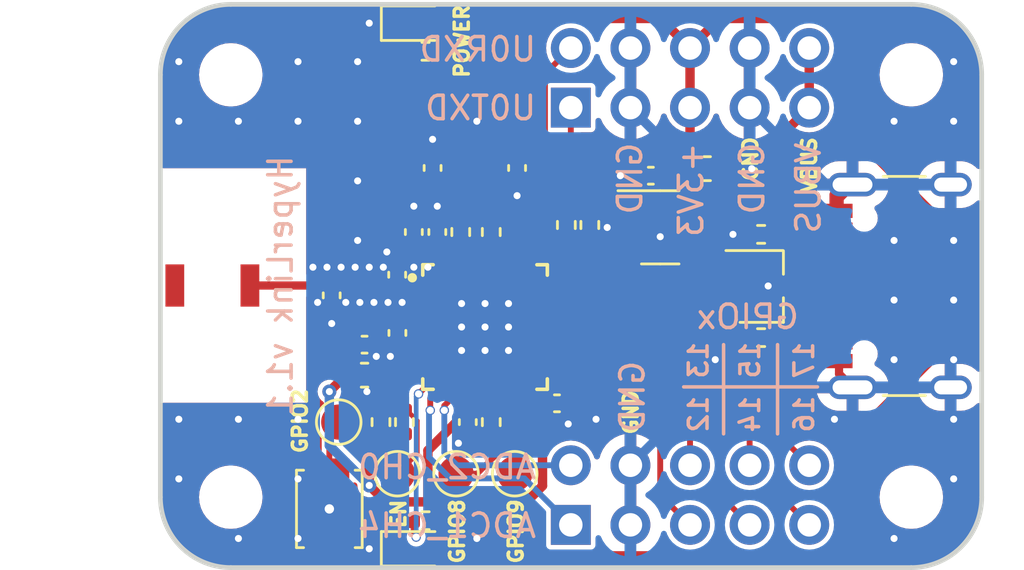
<source format=kicad_pcb>
(kicad_pcb (version 20221018) (generator pcbnew)
  (layers (0 "F.Cu" signal) (31 "B.Cu" signal) (34 "B.Paste" user) (35 "F.Paste" user) (36 "B.SilkS" user "B.Silkscreen") (37 "F.SilkS" user "F.Silkscreen") (38 "B.Mask" user) (39 "F.Mask" user) (44 "Edge.Cuts" user))
  (net 0 "")
  (net 1 "+3V3")
  (net 4 "VBUS")
  (net 5 "GND")
  (net 11 "/USB_D-")
  (net 12 "/USB_D+")
  (net 14 "/GPIO9")
  (net 15 "/GPIO2")
  (net 16 "/EN")
  (net 17 "/RF")
  (net 18 "/ANT")
  (net 19 "/GPIO8")
  (net 20 "/XTAL_P")
  (net 21 "/XTAL_N")
  (net 22 "/XTAL_P_RES")
  (net 23 "/VDD3P3")
  (net 24 "/U0RXD")
  (net 25 "/U0TXD")
  (net 26 "/GPIO12")
  (net 27 "/GPIO13")
  (net 28 "/GPIO14")
  (net 29 "/GPIO15")
  (net 30 "/GPIO16")
  (net 31 "/GPIO17")
  (net 32 "/ADC1_CH4")
  (net 33 "/ADC2_CH0")
  (net 34 "/U0TXD_RES")
  (net 35 "/CC1")
  (net 36 "/CC2")
  (net 38 "/LDO_EN")
  (net 39 "/STATUS_LED_RES")
  (net 40 "/POWER_LED_RES")
  (net 41 "/STATUS_LED")
  (footprint "Package_TO_SOT_SMD:SOT-23-5" (layer "F.Cu") (at 140.3 79.5)
    (fp_text reference "U3" hide)
    (fp_text value "MIC5504-3.3YM5" hide)
  )
  (footprint "Resistor_SMD:R_0402_1005Metric" (layer "F.Cu") (at 144.6 79.8 180)
    (fp_text reference "R7" hide)
    (fp_text value "5k1" hide)
  )
  (footprint "TestPoint:TestPoint_Pad_D1.5mm" (layer "F.Cu") (at 126.6 87.8)
    (fp_text reference "TP4" hide)
    (fp_text value "GPIO2" hide)
  )
  (footprint "MountingHole:MountingHole_2.2mm_M2" (layer "F.Cu") (at 122 73)
    (fp_text reference "H3" hide)
    (fp_text value "MountingHole" hide)
  )
  (footprint "Resistor_SMD:R_0402_1005Metric" (layer "F.Cu") (at 129.4 87.8 90)
    (fp_text reference "R4" hide)
    (fp_text value "10k" hide)
  )
  (footprint "Capacitor_SMD:C_0402_1005Metric" (layer "F.Cu") (at 135.9 87)
    (fp_text reference "C2" hide)
    (fp_text value "100n" hide)
  )
  (footprint "MountingHole:MountingHole_2.2mm_M2" (layer "F.Cu") (at 151 73)
    (fp_text reference "H2" hide)
    (fp_text value "MountingHole" hide)
  )
  (footprint "Resistor_SMD:R_0402_1005Metric" (layer "F.Cu") (at 144.6 84.2 180)
    (fp_text reference "R8" hide)
    (fp_text value "5k1" hide)
  )
  (footprint "Capacitor_SMD:C_0402_1005Metric" (layer "F.Cu") (at 130.6 76.970999 90)
    (fp_text reference "C5" hide)
    (fp_text value "10p" hide)
  )
  (footprint "Resistor_SMD:R_0402_1005Metric" (layer "F.Cu") (at 136.3 79.4 -90)
    (fp_text reference "R1" hide)
    (fp_text value "1k5" hide)
  )
  (footprint "Capacitor_SMD:C_0603_1608Metric" (layer "F.Cu") (at 142.3 77)
    (fp_text reference "C7" hide)
    (fp_text value "10u" hide)
  )
  (footprint "TestPoint:TestPoint_Pad_D1.5mm" (layer "F.Cu") (at 134.1 90)
    (fp_text reference "TP2" hide)
    (fp_text value "GPIO9" hide)
  )
  (footprint "Capacitor_SMD:C_0603_1608Metric" (layer "F.Cu") (at 127.7 85.8)
    (fp_text reference "C18" hide)
    (fp_text value "10u" hide)
  )
  (footprint "encyclopedia_galactica:USB4105-GF-A" (layer "F.Cu") (at 151.6 82 90)
    (fp_text reference "J1" hide)
    (fp_text value "USB_C_Receptacle_USB2.0" hide)
  )
  (footprint "Capacitor_SMD:C_0402_1005Metric" (layer "F.Cu") (at 126.3 82.4 -90)
    (fp_text reference "C14" hide)
    (fp_text value "3p9" hide)
  )
  (footprint "Capacitor_SMD:C_0402_1005Metric" (layer "F.Cu") (at 130.8 79.7 90)
    (fp_text reference "C4" hide)
    (fp_text value "1u" hide)
  )
  (footprint "Capacitor_SMD:C_0402_1005Metric" (layer "F.Cu") (at 129.09 81.52 90)
    (fp_text reference "C1" hide)
    (fp_text value "4p5" hide)
  )
  (footprint "Inductor_SMD:L_0402_1005Metric" (layer "F.Cu") (at 127.7 81.95)
    (fp_text reference "L1" hide)
    (fp_text value "1.8nH" hide)
  )
  (footprint "Capacitor_SMD:C_0402_1005Metric" (layer "F.Cu") (at 134.2 76.970999 -90)
    (fp_text reference "C6" hide)
    (fp_text value "10p" hide)
  )
  (footprint "Inductor_SMD:L_0402_1005Metric" (layer "F.Cu") (at 127.7 83.5)
    (fp_text reference "L2" hide)
    (fp_text value "2n" hide)
  )
  (footprint "TestPoint:TestPoint_Pad_D1.5mm" (layer "F.Cu") (at 131.6 90)
    (fp_text reference "TP3" hide)
    (fp_text value "GPIO8" hide)
  )
  (footprint "Resistor_SMD:R_0402_1005Metric" (layer "F.Cu") (at 137.3 79.4 90)
    (fp_text reference "R10" hide)
    (fp_text value "10k" hide)
  )
  (footprint "Capacitor_SMD:C_0402_1005Metric" (layer "F.Cu") (at 129.1 84 -90)
    (fp_text reference "C15" hide)
    (fp_text value "100n" hide)
  )
  (footprint "MountingHole:MountingHole_2.2mm_M2" (layer "F.Cu") (at 151 91)
    (fp_text reference "H1" hide)
    (fp_text value "MountingHole" hide)
  )
  (footprint "Connector_PinHeader_2.54mm:PinHeader_2x05_P2.54mm_Vertical" (layer "F.Cu") (at 136.49 92.18 90)
    (fp_text reference "J2" hide)
    (fp_text value "Conn_02x05_Odd_Even" hide)
  )
  (footprint "Connector_PinHeader_2.54mm:PinHeader_2x05_P2.54mm_Vertical" (layer "F.Cu") (at 136.49 74.4 90)
    (fp_text reference "J3" hide)
    (fp_text value "Conn_02x05_Odd_Even" hide)
  )
  (footprint "Capacitor_SMD:C_0402_1005Metric" (layer "F.Cu") (at 129.8 79.7 90)
    (fp_text reference "C3" hide)
    (fp_text value "10n" hide)
  )
  (footprint "Resistor_SMD:R_0402_1005Metric" (layer "F.Cu") (at 133.1 87.8 90)
    (fp_text reference "R2" hide)
    (fp_text value "10k" hide)
  )
  (footprint "Capacitor_SMD:C_0402_1005Metric" (layer "F.Cu") (at 139.9 77.3 180)
    (fp_text reference "C12" hide)
    (fp_text value "1u" hide)
  )
  (footprint "Resistor_SMD:R_0402_1005Metric" (layer "F.Cu") (at 128.4 87.8 90)
    (fp_text reference "R3" hide)
    (fp_text value "10k" hide)
  )
  (footprint "Resistor_SMD:R_0402_1005Metric" (layer "F.Cu") (at 131.8 79.7 -90)
    (fp_text reference "R6" hide)
    (fp_text value "0R" hide)
  )
  (footprint "Resistor_SMD:R_0402_1005Metric" (layer "F.Cu") (at 130.3 72)
    (fp_text reference "R12" hide)
    (fp_text value "1k" hide)
  )
  (footprint "encyclopedia_galactica:ABM11W-30.0000MHZ-7-D1X-T3" (layer "F.Cu") (at 132.400001 77.150999 180)
    (fp_text reference "Y1" hide)
    (fp_text value "ABM11W-40.0000MHZ-8-B1U-T3" hide)
  )
  (footprint "Capacitor_SMD:C_0402_1005Metric" (layer "F.Cu") (at 132.1 87.8 -90)
    (fp_text reference "C17" hide)
    (fp_text value "100n" hide)
  )
  (footprint "Resistor_SMD:R_0402_1005Metric" (layer "F.Cu") (at 130.3 92)
    (fp_text reference "R11" hide)
    (fp_text value "1k" hide)
  )
  (footprint "LED_SMD:LED_0603_1608Metric" (layer "F.Cu") (at 129.9 70.8)
    (fp_text reference "D2" hide)
    (fp_text value "LED" hide)
  )
  (footprint "MountingHole:MountingHole_2.2mm_M2" (layer "F.Cu") (at 122 91)
    (fp_text reference "H4" hide)
    (fp_text value "MountingHole" hide)
  )
  (footprint "Package_TO_SOT_SMD:TSOT-23" (layer "F.Cu") (at 144.6 82)
    (fp_text reference "U2" hide)
    (fp_text value "PESD2USB5UXT" hide)
  )
  (footprint "LED_SMD:LED_0603_1608Metric" (layer "F.Cu") (at 129.9 93.2)
    (fp_text reference "D1" hide)
    (fp_text value "LED" hide)
  )
  (footprint "encyclopedia_galactica:QFN32_5X5_EXP" (layer "F.Cu") (at 132.834851 83.7487)
    (fp_text reference "U1" hide)
    (fp_text value "ESP32-C3" hide)
  )
  (footprint "Capacitor_SMD:C_0402_1005Metric" (layer "F.Cu") (at 127.7 84.5)
    (fp_text reference "C16" hide)
    (fp_text value "100n" hide)
  )
  (footprint "TestPoint:TestPoint_Pad_D1.5mm" (layer "F.Cu") (at 129.1 90)
    (fp_text reference "TP1" hide)
    (fp_text value "EN" hide)
  )
  (footprint "Button_Switch_SMD:SW_SPST_B3U-1000P" (layer "F.Cu") (at 126.2 91.5 90)
    (fp_text reference "SW1" hide)
    (fp_text value "SW_Push" hide)
  )
  (footprint "encyclopedia_galactica:2108838-1" (layer "F.Cu") (at 118.715 81.98)
    (fp_text reference "AE1" hide)
    (fp_text value "2108838-1" hide)
  )
  (footprint "Resistor_SMD:R_0402_1005Metric" (layer "F.Cu") (at 133.1 79.7 -90)
    (fp_text reference "R5" hide)
    (fp_text value "500R" hide)
  )
  (gr_line (start 143 84.5) (end 143 88.3) (stroke (width 0.15)) (layer "B.SilkS"))
  (gr_line (start 145.3 84.5) (end 145.3 88.3) (stroke (width 0.15)) (layer "B.SilkS"))
  (gr_line (start 141.3 86.3) (end 147 86.3) (stroke (width 0.15)) (layer "B.SilkS"))
  (gr_line locked (start 122.000001 94) (end 151 94) (stroke (width 0.2)) (layer "Edge.Cuts"))
  (gr_arc locked (start 154.000002 91.000001) (mid 153.121322 93.121321) (end 151.000002 94.000001) (stroke (width 0.2)) (layer "Edge.Cuts"))
  (gr_line locked (start 119.000001 72.999999) (end 119 91) (stroke (width 0.2)) (layer "Edge.Cuts"))
  (gr_arc locked (start 151.000002 69.999999) (mid 153.121321 70.878679) (end 154.000002 72.999999) (stroke (width 0.2)) (layer "Edge.Cuts"))
  (gr_arc locked (start 122 94.000001) (mid 119.878673 93.121322) (end 119 91.000001) (stroke (width 0.2)) (layer "Edge.Cuts"))
  (gr_line locked (start 154.000003 73) (end 154.000002 91.000001) (stroke (width 0.2)) (layer "Edge.Cuts"))
  (gr_arc locked (start 119.000001 73) (mid 119.878674 70.878667) (end 122.000001 70) (stroke (width 0.2)) (layer "Edge.Cuts"))
  (gr_line locked (start 122.000001 70) (end 151 70) (stroke (width 0.2)) (layer "Edge.Cuts"))
  (gr_text "ADC1_CH4" (at 135.1 92.8) (layer "B.SilkS") (effects (font (size 1 1)) (justify left bottom mirror)))
  (gr_text "GND" (at 139.6 75.8 90) (layer "B.SilkS") (effects (font (size 1 1)) (justify left bottom mirror)))
  (gr_text "12" (at 142.4 86.6 90) (layer "B.SilkS") (effects (font (size 0.8 0.8)) (justify left bottom mirror)))
  (gr_text "GPIOx" (at 146.3 83.9) (layer "B.SilkS") (effects (font (size 1 1)) (justify left bottom mirror)))
  (gr_text "HyperLink v1.1" (at 124.7 76.35 90) (layer "B.SilkS") (effects (font (size 1 1)) (justify left bottom mirror)))
  (gr_text "17" (at 146.9 84.3 90) (layer "B.SilkS") (effects (font (size 0.8 0.8)) (justify left bottom mirror)))
  (gr_text "15" (at 144.6 84.3 90) (layer "B.SilkS") (effects (font (size 0.8 0.8)) (justify left bottom mirror)))
  (gr_text "13" (at 142.4 84.3 90) (layer "B.SilkS") (effects (font (size 0.8 0.8)) (justify left bottom mirror)))
  (gr_text "U0TXD" (at 135.1 75) (layer "B.SilkS") (effects (font (size 1 1)) (justify left bottom mirror)))
  (gr_text "16" (at 146.9 86.6 90) (layer "B.SilkS") (effects (font (size 0.8 0.8)) (justify left bottom mirror)))
  (gr_text "VBUS" (at 147.2 75.8 90) (layer "B.SilkS") (effects (font (size 1 1)) (justify left bottom mirror)))
  (gr_text "+3V3" (at 142.2 75.8 90) (layer "B.SilkS") (effects (font (size 1 1)) (justify left bottom mirror)))
  (gr_text "ADC2_CH0" (at 135.1 90.3) (layer "B.SilkS") (effects (font (size 1 1)) (justify left bottom mirror)))
  (gr_text "U0RXD" (at 135.1 72.5) (layer "B.SilkS") (effects (font (size 1 1)) (justify left bottom mirror)))
  (gr_text "GND" (at 139.7 85.1 90) (layer "B.SilkS") (effects (font (size 1 1)) (justify left bottom mirror)))
  (gr_text "14" (at 144.6 86.6 90) (layer "B.SilkS") (effects (font (size 0.8 0.8)) (justify left bottom mirror)))
  (gr_text "GND" (at 144.8 75.8 90) (layer "B.SilkS") (effects (font (size 1 1)) (justify left bottom mirror)))
  (gr_text "GND" (at 144.5 77.6 90) (layer "F.SilkS") (effects (font (size 0.6 0.6)) (justify left bottom)))
  (gr_text "GPIO9" (at 134.5 93.9 90) (layer "F.SilkS") (effects (font (size 0.6 0.6)) (justify left bottom)))
  (gr_text "GND" (at 139.4 88.4 90) (layer "F.SilkS") (effects (font (size 0.6 0.6)) (justify left bottom)))
  (gr_text "GPIO2" (at 125.3 89.2 90) (layer "F.SilkS") (effects (font (size 0.6 0.6)) (justify left bottom)))
  (gr_text "POWER" (at 132.2 73.2 90) (layer "F.SilkS") (effects (font (size 0.6 0.6)) (justify left bottom)))
  (gr_text "GPIO8" (at 132 93.9 90) (layer "F.SilkS") (effects (font (size 0.6 0.6)) (justify left bottom)))
  (gr_text "VBUS" (at 147 78.1 90) (layer "F.SilkS") (effects (font (size 0.6 0.6)) (justify left bottom)))
  (gr_text "EN" (at 129.5 92.4 90) (layer "F.SilkS") (effects (font (size 0.6 0.6)) (justify left bottom)))
  (segment (start 132.11 87.32) (end 132.1 87.32) (width 0.4) (layer "F.Cu") (net 1))
  (segment (start 142.83 70.6) (end 147.325 70.6) (width 0.4) (layer "F.Cu") (net 1))
  (segment (start 131.584851 80.964851) (end 131.084852 80.464852) (width 0.25) (layer "F.Cu") (net 1))
  (segment (start 133.183367 70.6) (end 140.31 70.6) (width 0.4) (layer "F.Cu") (net 1))
  (segment (start 128.963 74.820368) (end 130.591684 73.191684) (width 0.4) (layer "F.Cu") (net 1))
  (segment (start 135.283551 90.516449) (end 133.878 91.922) (width 0.4) (layer "F.Cu") (net 1))
  (segment (start 130.591684 73.191684) (end 133.183367 70.6) (width 0.4) (layer "F.Cu") (net 1))
  (segment (start 129.8 80.18) (end 129.528529 80.18) (width 0.4) (layer "F.Cu") (net 1))
  (segment (start 126.9 85.8) (end 126.925 85.8) (width 0.4) (layer "F.Cu") (net 1))
  (segment (start 128.963 79.614471) (end 128.963 74.820368) (width 0.4) (layer "F.Cu") (net 1))
  (segment (start 130.4 89.009562) (end 130.4 91.2) (width 0.4) (layer "F.Cu") (net 1))
  (segment (start 126.2 86.5) (end 126.9 85.8) (width 0.4) (layer "F.Cu") (net 1))
  (segment (start 127.22 84.5) (end 127.22 85.505) (width 0.4) (layer "F.Cu") (net 1))
  (segment (start 141.4375 78.55) (end 141.57 78.4175) (width 0.4) (layer "F.Cu") (net 1))
  (segment (start 129.79 72.39) (end 130.591684 73.191684) (width 0.4) (layer "F.Cu") (net 1))
  (segment (start 141.025 76.5) (end 141.525 77) (width 0.4) (layer "F.Cu") (net 1))
  (segment (start 131.584851 81.3) (end 131.584851 80.964851) (width 0.25) (layer "F.Cu") (net 1))
  (segment (start 127.22 85.505) (end 126.925 85.8) (width 0.4) (layer "F.Cu") (net 1))
  (segment (start 147.325 70.6) (end 148.2 71.475) (width 0.4) (layer "F.Cu") (net 1))
  (segment (start 140.31 70.6) (end 141.57 71.86) (width 0.4) (layer "F.Cu") (net 1))
  (segment (start 148.2 92.5) (end 147.2 93.5) (width 0.4) (layer "F.Cu") (net 1))
  (segment (start 135.283551 85.498699) (end 135.283551 90.516449) (width 0.4) (layer "F.Cu") (net 1))
  (segment (start 148.2 71.475) (end 148.2 75.2) (width 0.4) (layer "F.Cu") (net 1))
  (segment (start 131.084852 80.464852) (end 130.8 80.18) (width 0.25) (layer "F.Cu") (net 1))
  (segment (start 127.9 90.5) (end 127.9 88.81) (width 0.4) (layer "F.Cu") (net 1))
  (segment (start 147.2 93.5) (end 135.456 93.5) (width 0.4) (layer "F.Cu") (net 1))
  (segment (start 127.9 90.5) (end 128.6 91.2) (width 0.4) (layer "F.Cu") (net 1))
  (segment (start 141.57 78.4175) (end 141.57 74.4) (width 0.4) (layer "F.Cu") (net 1))
  (segment (start 132.08485 86.1974) (end 132.08485 87.30485) (width 0.25) (layer "F.Cu") (net 1))
  (segment (start 133.878 91.922) (end 133.156 91.2) (width 0.4) (layer "F.Cu") (net 1))
  (segment (start 141.57 71.86) (end 142.83 70.6) (width 0.4) (layer "F.Cu") (net 1))
  (segment (start 151.7 78.7) (end 151.7 85.3) (width 0.4) (layer "F.Cu") (net 1))
  (segment (start 151.7 85.3) (end 148.2 88.8) (width 0.4) (layer "F.Cu") (net 1))
  (segment (start 141.57 74.4) (end 141.57 71.86) (width 0.4) (layer "F.Cu") (net 1))
  (segment (start 128.6 91.2) (end 130.4 91.2) (width 0.4) (layer "F.Cu") (net 1))
  (segment (start 131.084852 81.3) (end 131.084852 80.464852) (width 0.25) (layer "F.Cu") (net 1))
  (segment (start 129.528529 80.18) (end 128.963 79.614471) (width 0.4) (layer "F.Cu") (net 1))
  (segment (start 133.156 91.2) (end 130.4 91.2) (width 0.4) (layer "F.Cu") (net 1))
  (segment (start 130.8 80.18) (end 129.8 80.18) (width 0.4) (layer "F.Cu") (net 1))
  (segment (start 129.4 88.31) (end 128.4 88.31) (width 0.4) (layer "F.Cu") (net 1))
  (segment (start 138.513288 76.5) (end 141.025 76.5) (width 0.4) (layer "F.Cu") (net 1))
  (segment (start 136.3 78.713288) (end 138.513288 76.5) (width 0.4) (layer "F.Cu") (net 1))
  (segment (start 127.215 84.495) (end 127.22 84.5) (width 0.4) (layer "F.Cu") (net 1))
  (segment (start 133.1 88.31) (end 132.11 87.32) (width 0.4) (layer "F.Cu") (net 1))
  (segment (start 132.08485 87.30485) (end 132.1 87.32) (width 0.25) (layer "F.Cu") (net 1))
  (segment (start 132.1 87.32) (end 132.089562 87.32) (width 0.4) (layer "F.Cu") (net 1))
  (segment (start 136.3 78.89) (end 136.3 78.713288) (width 0.4) (layer "F.Cu") (net 1))
  (segment (start 135.456 93.5) (end 133.878 91.922) (width 0.4) (layer "F.Cu") (net 1))
  (segment (start 127.9 88.81) (end 128.4 88.31) (width 0.4) (layer "F.Cu") (net 1))
  (segment (start 148.2 75.2) (end 151.7 78.7) (width 0.4) (layer "F.Cu") (net 1))
  (segment (start 148.2 88.8) (end 148.2 92.5) (width 0.4) (layer "F.Cu") (net 1))
  (segment (start 127.215 83.5) (end 127.215 84.495) (width 0.4) (layer "F.Cu") (net 1))
  (segment (start 132.089562 87.32) (end 130.4 89.009562) (width 0.4) (layer "F.Cu") (net 1))
  (segment (start 129.79 72) (end 129.79 72.39) (width 0.4) (layer "F.Cu") (net 1))
  (via (at 126.2 86.5) (size 0.6) (drill 0.3) (layers "F.Cu" "B.Cu") (net 1))
  (via (at 127.9 90.5) (size 0.6) (drill 0.3) (layers "F.Cu" "B.Cu") (net 1))
  (segment (start 127.9 90.5) (end 126.2 88.8) (width 0.4) (layer "B.Cu") (net 1))
  (segment (start 126.2 88.8) (end 126.2 86.5) (width 0.4) (layer "B.Cu") (net 1))
  (segment (start 147.92 84.4) (end 148.42434 84.4) (width 0.35) (layer "F.Cu") (net 4))
  (segment (start 149.597 80.77266) (end 148.42434 79.6) (width 0.35) (layer "F.Cu") (net 4))
  (segment (start 148.42434 84.4) (end 149.597 83.22734) (width 0.35) (layer "F.Cu") (net 4))
  (segment (start 145.452 75.598) (end 145.452 79.152) (width 0.4) (layer "F.Cu") (net 4))
  (segment (start 145.9 79.6) (end 145.452 79.152) (width 0.35) (layer "F.Cu") (net 4))
  (segment (start 140.132112 78.55) (end 139.1625 78.55) (width 0.35) (layer "F.Cu") (net 4))
  (segment (start 147.92 79.6) (end 145.9 79.6) (width 0.35) (layer "F.Cu") (net 4))
  (segment (start 149.597 83.22734) (end 149.597 80.77266) (width 0.35) (layer "F.Cu") (net 4))
  (segment (start 148.42434 79.6) (end 147.92 79.6) (width 0.35) (layer "F.Cu") (net 4))
  (segment (start 137.64 78.55) (end 139.1625 78.55) (width 0.25) (layer "F.Cu") (net 4))
  (segment (start 146.65 74.4) (end 146.65 71.86) (width 0.4) (layer "F.Cu") (net 4))
  (segment (start 137.3 78.89) (end 137.64 78.55) (width 0.25) (layer "F.Cu") (net 4))
  (segment (start 145.452 79.152) (end 140.734112 79.152) (width 0.35) (layer "F.Cu") (net 4))
  (segment (start 140.734112 79.152) (end 140.132112 78.55) (width 0.35) (layer "F.Cu") (net 4))
  (segment (start 140.38 77.3) (end 140.38 78.302112) (width 0.35) (layer "F.Cu") (net 4))
  (segment (start 140.38 78.302112) (end 140.132112 78.55) (width 0.35) (layer "F.Cu") (net 4))
  (segment (start 146.65 74.4) (end 145.452 75.598) (width 0.4) (layer "F.Cu") (net 4))
  (segment (start 147.92 78.8) (end 147.92 78.255) (width 0.4) (layer "F.Cu") (net 5))
  (segment (start 144.9 82) (end 145.91 82) (width 0.25) (layer "F.Cu") (net 5))
  (segment (start 147.92 85.745) (end 148.495 86.32) (width 0.35) (layer "F.Cu") (net 5))
  (segment (start 147.92 85.2) (end 147.92 85.745) (width 0.35) (layer "F.Cu") (net 5))
  (segment (start 128.65 80.55) (end 129.09 80.99) (width 0.4) (layer "F.Cu") (net 5))
  (segment (start 144.09 84.2) (end 145.09 85.2) (width 0.25) (layer "F.Cu") (net 5))
  (segment (start 139.42 77.3) (end 138.6 77.3) (width 0.4) (layer "F.Cu") (net 5))
  (segment (start 129.09 80.99) (end 129.09 81.04) (width 0.4) (layer "F.Cu") (net 5))
  (segment (start 128.799503 84.780497) (end 129.1 84.48) (width 0.25) (layer "F.Cu") (net 5))
  (segment (start 136.38 87) (end 136.38 87.88) (width 0.25) (layer "F.Cu") (net 5))
  (segment (start 131.7 88.7) (end 132.1 88.3) (width 0.4) (layer "F.Cu") (net 5))
  (segment (start 131.590001 76.490999) (end 131.763001 76.663999) (width 0.2) (layer "F.Cu") (net 5))
  (segment (start 130.6 75.750999) (end 130.6 76.490999) (width 0.25) (layer "F.Cu") (net 5))
  (segment (start 130.6 76.490999) (end 131.590001 76.490999) (width 0.2) (layer "F.Cu") (net 5))
  (segment (start 128.2 84.52) (end 128.18 84.5) (width 0.25) (layer "F.Cu") (net 5))
  (segment (start 126.2 93.2) (end 126.2 91.5) (width 0.4) (layer "F.Cu") (net 5))
  (segment (start 143.4 79.8) (end 144.09 79.8) (width 0.4) (layer "F.Cu") (net 5))
  (segment (start 128.2 85) (end 128.2 84.52) (width 0.25) (layer "F.Cu") (net 5))
  (segment (start 138.046557 79.5) (end 139.1625 79.5) (width 0.4) (layer "F.Cu") (net 5))
  (segment (start 134.2 78.150999) (end 134.2 77.450999) (width 0.25) (layer "F.Cu") (net 5))
  (segment (start 133.224001 77.450999) (end 133.037001 77.637999) (width 0.2) (layer "F.Cu") (net 5))
  (segment (start 139.9 79.5) (end 139.1625 79.5) (width 0.4) (layer "F.Cu") (net 5))
  (segment (start 145.09 85.2) (end 147.92 85.2) (width 0.25) (layer "F.Cu") (net 5))
  (segment (start 128.475 85.825) (end 128.475 85.8) (width 0.4) (layer "F.Cu") (net 5))
  (segment (start 129.8 78.6) (end 129.8 79.22) (width 0.25) (layer "F.Cu") (net 5))
  (segment (start 144.2 77) (end 143.075 77) (width 0.4) (layer "F.Cu") (net 5))
  (segment (start 140.3 79.9) (end 139.9 79.5) (width 0.4) (layer "F.Cu") (net 5))
  (segment (start 129.1125 93.2) (end 128 93.2) (width 0.25) (layer "F.Cu") (net 5))
  (segment (start 126.3 82.88) (end 126.3 83.6) (width 0.4) (layer "F.Cu") (net 5))
  (segment (start 127.8 86.5) (end 128.475 85.825) (width 0.4) (layer "F.Cu") (net 5))
  (segment (start 147.92 78.255) (end 148.495 77.68) (width 0.4) (layer "F.Cu") (net 5))
  (segment (start 134.2 77.450999) (end 133.224001 77.450999) (width 0.2) (layer "F.Cu") (net 5))
  (segment (start 129.1125 70.8) (end 128 70.8) (width 0.25) (layer "F.Cu") (net 5))
  (segment (start 130.8 78.6) (end 130.8 79.22) (width 0.25) (layer "F.Cu") (net 5))
  (segment (start 138.040639 79.505918) (end 138.046557 79.5) (width 0.4) (layer "F.Cu") (net 5))
  (segment (start 132.1 88.3) (end 132.1 88.28) (width 0.4) (layer "F.Cu") (net 5))
  (segment (start 128.799503 85) (end 128.799503 84.780497) (width 0.25) (layer "F.Cu") (net 5))
  (via (at 150.265 85.139999) (size 0.4) (drill 0.3) (layers "F.Cu" "B.Cu") (net 5))
  (via (at 152.805 72.439999) (size 0.4) (drill 0.3) (layers "F.Cu" "B.Cu") (net 5))
  (via (at 130.4 81.2) (size 0.4) (drill 0.3) (layers "F.Cu" "B.Cu") (net 5))
  (via (at 128.65 80.55) (size 0.4) (drill 0.3) (layers "F.Cu" "B.Cu") (net 5))
  (via (at 126.9 82.7) (size 0.4) (drill 0.3) (layers "F.Cu" "B.Cu") (net 5))
  (via (at 150.265 74.979999) (size 0.4) (drill 0.3) (layers "F.Cu" "B.Cu") (net 5))
  (via (at 137.565 87.679999) (size 0.4) (drill 0.3) (layers "F.Cu" "B.Cu") (net 5))
  (via (at 124.865 74.979999) (size 0.4) (drill 0.3) (layers "F.Cu" "B.Cu") (net 5))
  (via (at 119.785 72.439999) (size 0.4) (drill 0.3) (layers "F.Cu" "B.Cu") (net 5))
  (via (at 138.6 77.3) (size 0.6) (drill 0.3) (layers "F.Cu" "B.Cu") (net 5))
  (via (at 119.785 90.219999) (size 0.4) (drill 0.3) (layers "F.Cu" "B.Cu") (net 5))
  (via (at 129.8 81.2) (size 0.4) (drill 0.3) (layers "F.Cu" "B.Cu") (net 5))
  (via (at 127.9 93.2) (size 0.6) (drill 0.3) (layers "F.Cu" "B.Cu") (net 5))
  (via (at 128.1 82.7) (size 0.4) (drill 0.3) (layers "F.Cu" "B.Cu") (net 5))
  (via (at 152.805 82.599999) (size 0.4) (drill 0.3) (layers "F.Cu" "B.Cu") (net 5))
  (via (at 119.785 74.979999) (size 0.4) (drill 0.3) (layers "F.Cu" "B.Cu") (net 5))
  (via (at 133.834851 84.7487) (size 0.4) (drill 0.3) (layers "F.Cu" "B.Cu") (net 5))
  (via (at 122.325 87.679999) (size 0.4) (drill 0.3) (layers "F.Cu" "B.Cu") (net 5))
  (via (at 126.7 81.2) (size 0.4) (drill 0.3) (layers "F.Cu" "B.Cu") (net 5))
  (via (at 134.2 78.150999) (size 0.4) (drill 0.3) (layers "F.Cu" "B.Cu") (net 5))
  (via (at 132.834851 83.7487) (size 0.4) (drill 0.3) (layers "F.Cu" "B.Cu") (net 5))
  (via (at 152.805 87.679999) (size 0.4) (drill 0.3) (layers "F.Cu" "B.Cu") (net 5))
  (via (at 131.834851 84.7487) (size 0.4) (drill 0.3) (layers "F.Cu" "B.Cu") (net 5))
  (via (at 127.5 82.7) (size 0.4) (drill 0.3) (layers "F.Cu" "B.Cu") (net 5))
  (via (at 132.485 74.979999) (size 0.4) (drill 0.3) (layers "F.Cu" "B.Cu") (net 5))
  (via (at 136.38 87.88) (size 0.6) (drill 0.3) (layers "F.Cu" "B.Cu") (net 5))
  (via (at 144.2 77) (size 0.6) (drill 0.3) (layers "F.Cu" "B.Cu") (net 5))
  (via (at 147.725 87.679999) (size 0.4) (drill 0.3) (layers "F.Cu" "B.Cu") (net 5))
  (via (at 127.405 72.439999) (size 0.4) (drill 0.3) (layers "F.Cu" "B.Cu") (net 5))
  (via (at 138.040639 79.505918) (size 0.6) (drill 0.3) (layers "F.Cu" "B.Cu") (net 5))
  (via (at 131.834851 83.7487) (size 0.4) (drill 0.3) (layers "F.Cu" "B.Cu") (net 5))
  (via (at 132.834851 82.7487) (size 0.4) (drill 0.3) (layers "F.Cu" "B.Cu") (net 5))
  (via (at 150.265 92.759999) (size 0.4) (drill 0.3) (layers "F.Cu" "B.Cu") (net 5))
  (via (at 130.6 75.750999) (size 0.4) (drill 0.3) (layers "F.Cu" "B.Cu") (net 5))
  (via (at 126.2 91.5) (size 0.9) (drill 0.4) (layers "F.Cu" "B.Cu") (net 5))
  (via (at 152.805 74.979999) (size 0.4) (drill 0.3) (layers "F.Cu" "B.Cu") (net 5))
  (via (at 152.805 85.139999) (size 0.4) (drill 0.3) (layers "F.Cu" "B.Cu") (net 5))
  (via (at 128.799503 85) (size 0.4) (drill 0.3) (layers "F.Cu" "B.Cu") (net 5))
  (via (at 144.9 82) (size 0.6) (drill 0.3) (layers "F.Cu" "B.Cu") (net 5))
  (via (at 143.4 79.8) (size 0.6) (drill 0.3) (layers "F.Cu" "B.Cu") (net 5))
  (via (at 124.865 92.759999) (size 0.4) (drill 0.3) (layers "F.Cu" "B.Cu") (net 5))
  (via (at 150.265 82.599999) (size 0.4) (drill 0.3) (layers "F.Cu" "B.Cu") (net 5))
  (via (at 133.834851 83.7487) (size 0.4) (drill 0.3) (layers "F.Cu" "B.Cu") (net 5))
  (via (at 131.834851 82.7487) (size 0.4) (drill 0.3) (layers "F.Cu" "B.Cu") (net 5))
  (via (at 127.3 81.2) (size 0.4) (drill 0.3) (layers "F.Cu" "B.Cu") (net 5))
  (via (at 127.405 77.519999) (size 0.4) (drill 0.3) (layers "F.Cu" "B.Cu") (net 5))
  (via (at 128.7 82.7) (size 0.4) (drill 0.3) (layers "F.Cu" "B.Cu") (net 5))
  (via (at 142.645 85.139999) (size 0.4) (drill 0.3) (layers "F.Cu" "B.Cu") (net 5))
  (via (at 132.485 92.759999) (size 0.4) (drill 0.3) (layers "F.Cu" "B.Cu") (net 5))
  (via (at 129.8 78.6) (size 0.4) (drill 0.3) (layers "F.Cu" "B.Cu") (net 5))
  (via (at 132.834851 84.7487) (size 0.4) (drill 0.3) (layers "F.Cu" "B.Cu") (net 5))
  (via (at 126.3 83.6) (size 0.4) (drill 0.3) (layers "F.Cu" "B.Cu") (net 5))
  (via (at 130.8 78.6) (size 0.4) (drill 0.3) (layers "F.Cu" "B.Cu") (net 5))
  (via (at 125.7 82.7) (size 0.4) (drill 0.3) (layers "F.Cu" "B.Cu") (net 5))
  (via (at 124.865 72.439999) (size 0.4) (drill 0.3) (layers "F.Cu" "B.Cu") (net 5))
  (via (at 152.805 80.059999) (size 0.4) (drill 0.3) (layers "F.Cu" "B.Cu") (net 5))
  (via (at 140.3 79.9) (size 0.6) (drill 0.3) (layers "F.Cu" "B.Cu") (net 5))
  (via (at 122.325 74.979999) (size 0.4) (drill 0.3) (layers "F.Cu" "B.Cu") (net 5))
  (via (at 128.2 85) (size 0.4) (drill 0.3) (layers "F.Cu" "B.Cu") (net 5))
  (via (at 129.3 82.7) (size 0.4) (drill 0.3) (layers "F.Cu" "B.Cu") (net 5))
  (via (at 126.099503 81.2) (size 0.4) (drill 0.3) (layers "F.Cu" "B.Cu") (net 5))
  (via (at 127.405 74.979999) (size 0.4) (drill 0.3) (layers "F.Cu" "B.Cu") (net 5))
  (via (at 133.834851 82.7487) (size 0.4) (drill 0.3) (layers "F.Cu" "B.Cu") (net 5))
  (via (at 124.865 90.219999) (size 0.4) (drill 0.3) (layers "F.Cu" "B.Cu") (net 5))
  (via (at 150.265 80.059999) (size 0.4) (drill 0.3) (layers "F.Cu" "B.Cu") (net 5))
  (via (at 124.865 87.679999) (size 0.4) (drill 0.3) (layers "F.Cu" "B.Cu") (net 5))
  (via (at 125.5 81.2) (size 0.4) (drill 0.3) (layers "F.Cu" "B.Cu") (net 5))
  (via (at 131.7 88.7) (size 0.4) (drill 0.3) (layers "F.Cu" "B.Cu") (net 5))
  (via (at 152.805 90.219999) (size 0.4) (drill 0.3) (layers "F.Cu" "B.Cu") (net 5))
  (via (at 127.405 80.059999) (size 0.4) (drill 0.3) (layers "F.Cu" "B.Cu") (net 5))
  (via (at 127.9 81.2) (size 0.4) (drill 0.3) (layers "F.Cu" "B.Cu") (net 5))
  (via (at 119.785 87.679999) (size 0.4) (drill 0.3) (layers "F.Cu" "B.Cu") (net 5))
  (via (at 128.5 81.2) (size 0.4) (drill 0.3) (layers "F.Cu" "B.Cu") (net 5))
  (via (at 127.8 86.5) (size 0.6) (drill 0.3) (layers "F.Cu" "B.Cu") (net 5))
  (via (at 122.325 92.759999) (size 0.4) (drill 0.3) (layers "F.Cu" "B.Cu") (net 5))
  (via (at 127.9 70.8) (size 0.6) (drill 0.3) (layers "F.Cu" "B.Cu") (net 5))
  (segment (start 139.03 92.18) (end 139.03 89.64) (width 0.4) (layer "B.Cu") (net 5))
  (segment (start 142.35 86.32) (end 148.495 86.32) (width 0.4) (layer "B.Cu") (net 5))
  (segment (start 139.03 89.64) (end 142.35 86.32) (width 0.4) (layer "B.Cu") (net 5))
  (segment (start 147.39 77.68) (end 148.495 77.68) (width 0.4) (layer "B.Cu") (net 5))
  (segment (start 144.11 71.86) (end 144.11 74.4) (width 0.4) (layer "B.Cu") (net 5))
  (segment (start 139.03 74.4) (end 142.31 77.68) (width 0.4) (layer "B.Cu") (net 5))
  (segment (start 139.03 71.86) (end 139.03 74.4) (width 0.4) (layer "B.Cu") (net 5))
  (segment (start 144.11 74.4) (end 147.39 77.68) (width 0.4) (layer "B.Cu") (net 5))
  (segment (start 151 84.099999) (end 150.9 83.999999) (width 0.4) (layer "B.Cu") (net 5))
  (segment (start 142.31 77.68) (end 148.495 77.68) (width 0.4) (layer "B.Cu") (net 5))
  (segment (start 148.55 81.75) (end 147.92 81.75) (width 0.25) (layer "F.Cu") (net 11))
  (segment (start 134.58485 81.01515) (end 134.723 80.877) (width 0.25) (layer "F.Cu") (net 11))
  (segment (start 138.523684 82.2) (end 144.3 82.2) (width 0.25) (layer "F.Cu") (net 11))
  (segment (start 148.8 82.5) (end 148.8 82) (width 0.25) (layer "F.Cu") (net 11))
  (segment (start 144.85 82.75) (end 147.92 82.75) (width 0.25) (layer "F.Cu") (net 11))
  (segment (start 148.8 82) (end 148.55 81.75) (width 0.25) (layer "F.Cu") (net 11))
  (segment (start 147.92 82.75) (end 148.55 82.75) (width 0.25) (layer "F.Cu") (net 11))
  (segment (start 137.200684 80.877) (end 138.523684 82.2) (width 0.25) (layer "F.Cu") (net 11))
  (segment (start 144.3 82.2) (end 144.85 82.75) (width 0.25) (layer "F.Cu") (net 11))
  (segment (start 134.58485 81.3) (end 134.58485 81.01515) (width 0.25) (layer "F.Cu") (net 11))
  (segment (start 148.55 82.75) (end 148.8 82.5) (width 0.25) (layer "F.Cu") (net 11))
  (segment (start 134.723 80.877) (end 137.200684 80.877) (width 0.25) (layer "F.Cu") (net 11))
  (segment (start 143.29 82.21) (end 143.29 82.95) (width 0.25) (layer "F.Cu") (net 11))
  (segment (start 144.3 81.8) (end 144.85 81.25) (width 0.25) (layer "F.Cu") (net 12))
  (segment (start 144.85 81.25) (end 147.7615 81.25) (width 0.25) (layer "F.Cu") (net 12))
  (segment (start 138.656842 81.8) (end 144.3 81.8) (width 0.25) (layer "F.Cu") (net 12))
  (segment (start 143.29 81.79) (end 143.29 81.05) (width 0.25) (layer "F.Cu") (net 12))
  (segment (start 147.7615 82.25) (end 146.95 82.25) (width 0.25) (layer "F.Cu") (net 12))
  (segment (start 136.3 80.5) (end 137.356842 80.5) (width 0.25) (layer "F.Cu") (net 12))
  (segment (start 134.084851 80.915149) (end 134.084851 81.3) (width 0.25) (layer "F.Cu") (net 12))
  (segment (start 134.5 80.5) (end 134.084851 80.915149) (width 0.25) (layer "F.Cu") (net 12))
  (segment (start 137.356842 80.5) (end 138.656842 81.8) (width 0.25) (layer "F.Cu") (net 12))
  (segment (start 146.776 82.076) (end 146.776 81.274) (width 0.25) (layer "F.Cu") (net 12))
  (segment (start 136.3 79.91) (end 136.3 80.5) (width 0.25) (layer "F.Cu") (net 12))
  (segment (start 136.3 80.5) (end 134.5 80.5) (width 0.25) (layer "F.Cu") (net 12))
  (segment (start 146.95 82.25) (end 146.776 82.076) (width 0.25) (layer "F.Cu") (net 12))
  (segment (start 134.084851 86.1974) (end 134.084851 87.351692) (width 0.25) (layer "F.Cu") (net 14))
  (segment (start 134.177 87.443841) (end 134.177 89.923) (width 0.25) (layer "F.Cu") (net 14))
  (segment (start 134.177 89.923) (end 134.1 90) (width 0.25) (layer "F.Cu") (net 14))
  (segment (start 134.084851 87.351692) (end 134.177 87.443841) (width 0.25) (layer "F.Cu") (net 14))
  (segment (start 129.151464 85.362239) (end 129.152 85.362775) (width 0.2) (layer "F.Cu") (net 15))
  (segment (start 130.386151 84.498701) (end 130.015002 84.498701) (width 0.2) (layer "F.Cu") (net 15))
  (segment (start 126.2 88.2) (end 126.6 87.8) (width 0.25) (layer "F.Cu") (net 15))
  (segment (start 127.11 87.29) (end 126.6 87.8) (width 0.25) (layer "F.Cu") (net 15))
  (segment (start 129.152 85.362775) (end 129.152 86.538) (width 0.2) (layer "F.Cu") (net 15))
  (segment (start 130.015002 84.498701) (end 129.151464 85.362239) (width 0.2) (layer "F.Cu") (net 15))
  (segment (start 128.4 87.29) (end 127.11 87.29) (width 0.25) (layer "F.Cu") (net 15))
  (segment (start 129.152 86.538) (end 128.4 87.29) (width 0.2) (layer "F.Cu") (net 15))
  (segment (start 126.2 89.8) (end 126.2 88.2) (width 0.25) (layer "F.Cu") (net 15))
  (segment (start 129.947 89.153) (end 129.1 90) (width 0.2) (layer "F.Cu") (net 16))
  (segment (start 129.947 87.747) (end 129.947 89.153) (width 0.2) (layer "F.Cu") (net 16))
  (segment (start 129.977451 84.9987) (end 130.386151 84.9987) (width 0.2) (layer "F.Cu") (net 16))
  (segment (start 129.65 87.45) (end 129.947 87.747) (width 0.2) (layer "F.Cu") (net 16))
  (segment (start 129.479 87.211) (end 129.479 85.497151) (width 0.2) (layer "F.Cu") (net 16))
  (segment (start 129.4 87.29) (end 129.479 87.211) (width 0.2) (layer "F.Cu") (net 16))
  (segment (start 129.479 85.497151) (end 129.977451 84.9987) (width 0.2) (layer "F.Cu") (net 16))
  (segment (start 127.185 81.98) (end 122.815 81.98) (width 0.35) (layer "F.Cu") (net 17))
  (segment (start 127.215 81.95) (end 127.185 81.98) (width 0.35) (layer "F.Cu") (net 17))
  (segment (start 128.2317 81.9967) (end 130.386151 81.9967) (width 0.35) (layer "F.Cu") (net 18))
  (segment (start 128.185 81.95) (end 128.2317 81.9967) (width 0.35) (layer "F.Cu") (net 18))
  (segment (start 133.584852 87.384852) (end 133.584852 86.1974) (width 0.25) (layer "F.Cu") (net 19))
  (segment (start 133.8 88.7) (end 133.8 87.6) (width 0.25) (layer "F.Cu") (net 19))
  (segment (start 133.1 87.29) (end 133.49 87.29) (width 0.25) (layer "F.Cu") (net 19))
  (segment (start 131.6 90) (end 132.5 90) (width 0.25) (layer "F.Cu") (net 19))
  (segment (start 133.49 87.29) (end 133.584852 87.384852) (width 0.25) (layer "F.Cu") (net 19))
  (segment (start 132.5 90) (end 133.8 88.7) (width 0.25) (layer "F.Cu") (net 19))
  (segment (start 133.8 87.6) (end 133.584852 87.384852) (width 0.25) (layer "F.Cu") (net 19))
  (segment (start 131.8 77.674998) (end 131.576001 77.450999) (width 0.2) (layer "F.Cu") (net 20))
  (segment (start 131.8 79.19) (end 131.8 77.674998) (width 0.2) (layer "F.Cu") (net 20))
  (segment (start 131.576001 77.450999) (end 130.6 77.450999) (width 0.2) (layer "F.Cu") (net 20))
  (segment (start 132.427001 77.172999) (end 133.058601 76.541399) (width 0.2) (layer "F.Cu") (net 21))
  (segment (start 132.427001 80.563551) (end 132.427001 77.172999) (width 0.2) (layer "F.Cu") (net 21))
  (segment (start 134.2 76.490999) (end 133.212401 76.490999) (width 0.2) (layer "F.Cu") (net 21))
  (segment (start 133.212401 76.490999) (end 133.162001 76.541399) (width 0.2) (layer "F.Cu") (net 21))
  (segment (start 132.584851 81.3) (end 132.584851 80.721401) (width 0.2) (layer "F.Cu") (net 21))
  (segment (start 132.584851 80.721401) (end 132.427001 80.563551) (width 0.2) (layer "F.Cu") (net 21))
  (segment (start 133.058601 76.541399) (end 133.162001 76.541399) (width 0.2) (layer "F.Cu") (net 21))
  (segment (start 132.08485 80.69485) (end 131.6 80.21) (width 0.25) (layer "F.Cu") (net 22))
  (segment (start 132.08485 81.3) (end 132.08485 80.69485) (width 0.25) (layer "F.Cu") (net 22))
  (segment (start 130.386151 82.998699) (end 129.743764 82.998699) (width 0.25) (layer "F.Cu") (net 23))
  (segment (start 128.185 83.5) (end 129.08 83.5) (width 0.4) (layer "F.Cu") (net 23))
  (segment (start 130.386151 82.4987) (end 130.243763 82.4987) (width 0.25) (layer "F.Cu") (net 23))
  (segment (start 129.743764 82.998699) (end 129.222463 83.52) (width 0.25) (layer "F.Cu") (net 23))
  (segment (start 130.243763 82.4987) (end 129.743764 82.998699) (width 0.25) (layer "F.Cu") (net 23))
  (segment (start 129.08 83.5) (end 129.1 83.52) (width 0.4) (layer "F.Cu") (net 23))
  (segment (start 129.222463 83.52) (end 129.1 83.52) (width 0.25) (layer "F.Cu") (net 23))
  (segment (start 133.584852 80.615148) (end 136.49 77.71) (width 0.25) (layer "F.Cu") (net 24))
  (segment (start 133.584852 81.3) (end 133.584852 80.615148) (width 0.25) (layer "F.Cu") (net 24))
  (segment (start 136.49 77.71) (end 136.49 74.4) (width 0.25) (layer "F.Cu") (net 24))
  (segment (start 135.388 78.012) (end 135.388 72.962) (width 0.25) (layer "F.Cu") (net 25))
  (segment (start 135.388 72.962) (end 136.49 71.86) (width 0.25) (layer "F.Cu") (net 25))
  (segment (start 134.21 79.19) (end 135.388 78.012) (width 0.25) (layer "F.Cu") (net 25))
  (segment (start 133.1 79.19) (end 134.21 79.19) (width 0.25) (layer "F.Cu") (net 25))
  (segment (start 140.3 90.91) (end 141.57 92.18) (width 0.25) (layer "F.Cu") (net 26))
  (segment (start 140.3 87.175264) (end 140.3 90.91) (width 0.25) (layer "F.Cu") (net 26))
  (segment (start 135.283551 84.498701) (end 137.623437 84.498701) (width 0.25) (layer "F.Cu") (net 26))
  (segment (start 137.623437 84.498701) (end 140.3 87.175264) (width 0.25) (layer "F.Cu") (net 26))
  (segment (start 141.57 87.912106) (end 141.57 89.64) (width 0.25) (layer "F.Cu") (net 27))
  (segment (start 135.283551 83.9987) (end 137.656594 83.9987) (width 0.25) (layer "F.Cu") (net 27))
  (segment (start 137.656594 83.9987) (end 141.57 87.912106) (width 0.25) (layer "F.Cu") (net 27))
  (segment (start 142.9 90.97) (end 144.11 92.18) (width 0.25) (layer "F.Cu") (net 28))
  (segment (start 142.9 88.708948) (end 142.9 90.97) (width 0.25) (layer "F.Cu") (net 28))
  (segment (start 135.283551 83.4987) (end 137.689752 83.4987) (width 0.25) (layer "F.Cu") (net 28))
  (segment (start 137.689752 83.4987) (end 142.9 88.708948) (width 0.25) (layer "F.Cu") (net 28))
  (segment (start 144.11 88.243158) (end 144.11 89.64) (width 0.25) (layer "F.Cu") (net 29))
  (segment (start 137.722909 82.998699) (end 142.17821 87.454) (width 0.25) (layer "F.Cu") (net 29))
  (segment (start 143.320842 87.454) (end 144.11 88.243158) (width 0.25) (layer "F.Cu") (net 29))
  (segment (start 135.283551 82.998699) (end 137.722909 82.998699) (width 0.25) (layer "F.Cu") (net 29))
  (segment (start 142.17821 87.454) (end 143.320842 87.454) (width 0.25) (layer "F.Cu") (net 29))
  (segment (start 145.4 90.93) (end 146.65 92.18) (width 0.25) (layer "F.Cu") (net 30))
  (segment (start 143.477 87.077) (end 145.4 89) (width 0.25) (layer "F.Cu") (net 30))
  (segment (start 145.4 89) (end 145.4 90.93) (width 0.25) (layer "F.Cu") (net 30))
  (segment (start 137.756068 82.4987) (end 142.334368 87.077) (width 0.25) (layer "F.Cu") (net 30))
  (segment (start 135.283551 82.4987) (end 137.756068 82.4987) (width 0.25) (layer "F.Cu") (net 30))
  (segment (start 142.334368 87.077) (end 143.477 87.077) (width 0.25) (layer "F.Cu") (net 30))
  (segment (start 142.490526 86.7) (end 143.71 86.7) (width 0.25) (layer "F.Cu") (net 31))
  (segment (start 135.283551 81.998701) (end 137.789227 81.998701) (width 0.25) (layer "F.Cu") (net 31))
  (segment (start 143.71 86.7) (end 146.65 89.64) (width 0.25) (layer "F.Cu") (net 31))
  (segment (start 137.789227 81.998701) (end 142.490526 86.7) (width 0.25) (layer "F.Cu") (net 31))
  (segment (start 130.5 87.3) (end 130.5 86.782252) (width 0.25) (layer "F.Cu") (net 32))
  (segment (start 130.5 86.782252) (end 131.084852 86.1974) (width 0.25) (layer "F.Cu") (net 32))
  (via (at 130.5 87.3) (size 0.4) (drill 0.3) (layers "F.Cu" "B.Cu") (net 32))
  (segment (start 130.448 89.298) (end 131.35 90.2) (width 0.25) (layer "B.Cu") (net 32))
  (segment (start 130.448 87.352) (end 130.448 89.298) (width 0.25) (layer "B.Cu") (net 32))
  (segment (start 130.5 87.3) (end 130.448 87.352) (width 0.25) (layer "B.Cu") (net 32))
  (segment (start 134.51 90.2) (end 136.49 92.18) (width 0.25) (layer "B.Cu") (net 32))
  (segment (start 131.35 90.2) (end 134.51 90.2) (width 0.25) (layer "B.Cu") (net 32))
  (segment (start 131.099503 87.3) (end 131.099503 87.100248) (width 0.25) (layer "F.Cu") (net 33))
  (segment (start 131.099503 87.100248) (end 131.584851 86.6149) (width 0.25) (layer "F.Cu") (net 33))
  (segment (start 131.584851 86.6149) (end 131.584851 86.1974) (width 0.25) (layer "F.Cu") (net 33))
  (via (at 131.099503 87.3) (size 0.4) (drill 0.3) (layers "F.Cu" "B.Cu") (net 33))
  (segment (start 131.099503 87.3) (end 131.099503 89.099503) (width 0.25) (layer "B.Cu") (net 33))
  (segment (start 131.64 89.64) (end 136.49 89.64) (width 0.25) (layer "B.Cu") (net 33))
  (segment (start 131.099503 89.099503) (end 131.64 89.64) (width 0.25) (layer "B.Cu") (net 33))
  (segment (start 133.084851 81.3) (end 133.084851 80.365149) (width 0.25) (layer "F.Cu") (net 34))
  (segment (start 145.7225 84.2) (end 145.11 84.2) (width 0.25) (layer "F.Cu") (net 35))
  (segment (start 147.92 83.25) (end 146.6725 83.25) (width 0.25) (layer "F.Cu") (net 35))
  (segment (start 146.6725 83.25) (end 145.7225 84.2) (width 0.25) (layer "F.Cu") (net 35))
  (segment (start 145.56 80.25) (end 147.92 80.25) (width 0.25) (layer "F.Cu") (net 36))
  (segment (start 145.11 79.8) (end 145.56 80.25) (width 0.25) (layer "F.Cu") (net 36))
  (segment (start 137.84 80.45) (end 139.1625 80.45) (width 0.25) (layer "F.Cu") (net 38))
  (segment (start 137.3 79.91) (end 137.84 80.45) (width 0.25) (layer "F.Cu") (net 38))
  (segment (start 130.81 92) (end 130.81 93.0775) (width 0.25) (layer "F.Cu") (net 39))
  (segment (start 130.81 93.0775) (end 130.6875 93.2) (width 0.25) (layer "F.Cu") (net 39))
  (segment (start 130.81 72) (end 130.81 70.9225) (width 0.25) (layer "F.Cu") (net 40))
  (segment (start 130.81 70.9225) (end 130.6875 70.8) (width 0.25) (layer "F.Cu") (net 40))
  (segment (start 129.9 92.7) (end 129.79 92.59) (width 0.25) (layer "F.Cu") (net 41))
  (segment (start 130.386151 86.213849) (end 130.386151 85.498699) (width 0.25) (layer "F.Cu") (net 41))
  (segment (start 129.79 92.59) (end 129.79 92) (width 0.25) (layer "F.Cu") (net 41))
  (segment (start 130 86.6) (end 130.386151 86.213849) (width 0.25) (layer "F.Cu") (net 41))
  (via (at 130 86.6) (size 0.4) (drill 0.3) (layers "F.Cu" "B.Cu") (net 41))
  (via (at 129.9 92.7) (size 0.4) (drill 0.3) (layers "F.Cu" "B.Cu") (net 41))
  (segment (start 129.9 92.7) (end 129.9 86.7) (width 0.2) (layer "B.Cu") (net 41))
  (segment (start 129.9 86.7) (end 130 86.6) (width 0.2) (layer "B.Cu") (net 41))
  (zone locked (net 5) (net_name "GND") (layer "F.Cu") (priority 2) (connect_pads (clearance 0.2)) (min_thickness 0.25) (fill yes (thermal_gap 0.5) (thermal_bridge_width 0.5))
    (polygon (pts (xy 119 76.98) (xy 119 70) (xy 154 70) (xy 154 94) (xy 119 94) (xy 119 86.98) (xy 125.215 86.98) (xy 125.215 76.98)))
  )
  (zone (net 5) (net_name "GND") (layer "B.Cu") (connect_pads (clearance 0.2)) (min_thickness 0.25) (fill yes (thermal_gap 0.5) (thermal_bridge_width 0.5))
    (polygon (pts (xy 119 70) (xy 154 70) (xy 154 94) (xy 119 94)))
  )
)
</source>
